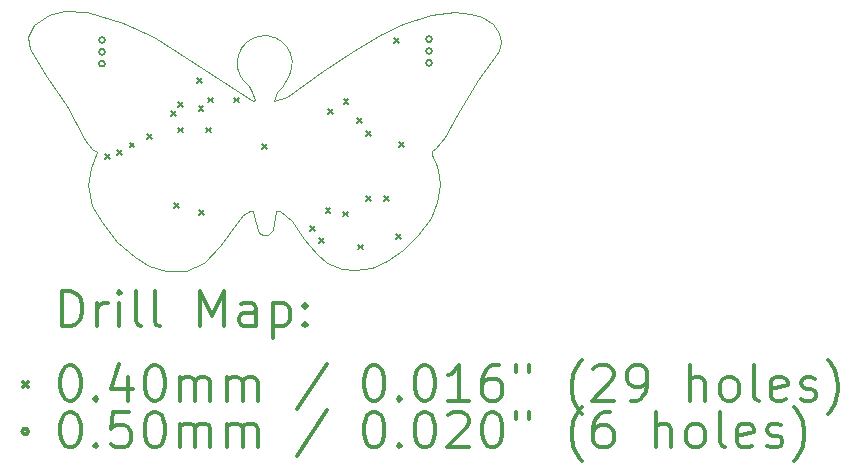
<source format=gbr>
%FSLAX45Y45*%
G04 Gerber Fmt 4.5, Leading zero omitted, Abs format (unit mm)*
G04 Created by KiCad (PCBNEW (5.1.5)-3) date 2020-05-15 20:59:00*
%MOMM*%
%LPD*%
G04 APERTURE LIST*
%TA.AperFunction,Profile*%
%ADD10C,0.050000*%
%TD*%
%ADD11C,0.200000*%
%ADD12C,0.300000*%
G04 APERTURE END LIST*
D10*
X19418300Y-4546600D02*
X19481800Y-4514850D01*
X19488150Y-3492500D02*
X19494500Y-3511550D01*
X19469100Y-3454400D02*
X19488150Y-3492500D01*
X19432866Y-3423509D02*
X19469100Y-3454400D01*
X19716750Y-3498850D02*
X19710400Y-3511550D01*
X19748500Y-3467100D02*
X19716750Y-3498850D01*
X19812000Y-3365500D02*
X19748500Y-3467100D01*
X19432866Y-3423509D02*
G75*
G02X19812000Y-3365500I169584J159609D01*
G01*
X19519900Y-3575050D02*
X19494500Y-3511550D01*
X19500850Y-3587750D02*
X19519900Y-3575050D01*
X19685000Y-3581400D02*
X19710400Y-3511550D01*
X19792950Y-3549650D02*
X19685000Y-3581400D01*
X20097750Y-3333750D02*
X19792950Y-3549650D01*
X20339050Y-3168650D02*
X20097750Y-3333750D01*
X20580350Y-3028950D02*
X20339050Y-3168650D01*
X20770850Y-2933700D02*
X20580350Y-3028950D01*
X21012150Y-2857500D02*
X20770850Y-2933700D01*
X21215350Y-2832100D02*
X21012150Y-2857500D01*
X21348700Y-2844800D02*
X21215350Y-2832100D01*
X21443950Y-2876550D02*
X21348700Y-2844800D01*
X21532850Y-2933700D02*
X21443950Y-2876550D01*
X21583650Y-3009900D02*
X21532850Y-2933700D01*
X21602700Y-3086100D02*
X21583650Y-3009900D01*
X21583650Y-3162300D02*
X21602700Y-3086100D01*
X21520150Y-3251200D02*
X21583650Y-3162300D01*
X21412200Y-3409950D02*
X21520150Y-3251200D01*
X21304250Y-3575050D02*
X21412200Y-3409950D01*
X21234400Y-3702050D02*
X21304250Y-3575050D01*
X21132800Y-3892550D02*
X21234400Y-3702050D01*
X21056600Y-3981450D02*
X21132800Y-3892550D01*
X21018500Y-4006850D02*
X21056600Y-3981450D01*
X21018500Y-4038600D02*
X21018500Y-4006850D01*
X21062950Y-4133850D02*
X21018500Y-4038600D01*
X21082000Y-4216400D02*
X21062950Y-4133850D01*
X21088350Y-4292600D02*
X21082000Y-4216400D01*
X21062950Y-4438650D02*
X21088350Y-4292600D01*
X21012150Y-4572000D02*
X21062950Y-4438650D01*
X20904200Y-4718050D02*
X21012150Y-4572000D01*
X20777200Y-4845050D02*
X20904200Y-4718050D01*
X20637500Y-4940300D02*
X20777200Y-4845050D01*
X20510500Y-4997450D02*
X20637500Y-4940300D01*
X20370800Y-5016500D02*
X20510500Y-4997450D01*
X20256500Y-5010150D02*
X20370800Y-5016500D01*
X20129500Y-4953000D02*
X20256500Y-5010150D01*
X20046950Y-4883150D02*
X20129500Y-4953000D01*
X19939000Y-4756150D02*
X20046950Y-4883150D01*
X19837400Y-4603750D02*
X19939000Y-4756150D01*
X19735800Y-4514850D02*
X19837400Y-4603750D01*
X19697700Y-4514850D02*
X19735800Y-4514850D01*
X19672300Y-4673600D02*
X19697700Y-4514850D01*
X19634200Y-4718050D02*
X19672300Y-4673600D01*
X19589750Y-4718050D02*
X19634200Y-4718050D01*
X19551650Y-4699000D02*
X19589750Y-4718050D01*
X19519900Y-4591050D02*
X19551650Y-4699000D01*
X19500850Y-4514850D02*
X19519900Y-4591050D01*
X19481800Y-4514850D02*
X19500850Y-4514850D01*
X19367500Y-4616450D02*
X19418300Y-4546600D01*
X19221450Y-4813300D02*
X19367500Y-4616450D01*
X19088100Y-4953000D02*
X19221450Y-4813300D01*
X18935700Y-5022850D02*
X19088100Y-4953000D01*
X18764250Y-5022850D02*
X18935700Y-5022850D01*
X18624550Y-4978400D02*
X18764250Y-5022850D01*
X18503900Y-4902200D02*
X18624550Y-4978400D01*
X18351500Y-4781550D02*
X18503900Y-4902200D01*
X18224500Y-4610100D02*
X18351500Y-4781550D01*
X18141950Y-4476750D02*
X18224500Y-4610100D01*
X18110200Y-4292600D02*
X18141950Y-4476750D01*
X18135600Y-4152900D02*
X18110200Y-4292600D01*
X18186400Y-4019550D02*
X18135600Y-4152900D01*
X18141950Y-3987800D02*
X18186400Y-4019550D01*
X18078450Y-3911600D02*
X18141950Y-3987800D01*
X17926050Y-3625850D02*
X18078450Y-3911600D01*
X17760950Y-3378200D02*
X17926050Y-3625850D01*
X17614900Y-3143250D02*
X17760950Y-3378200D01*
X17602200Y-3041650D02*
X17614900Y-3143250D01*
X17653000Y-2940050D02*
X17602200Y-3041650D01*
X17780000Y-2857500D02*
X17653000Y-2940050D01*
X17907000Y-2825750D02*
X17780000Y-2857500D01*
X18097500Y-2832100D02*
X17907000Y-2825750D01*
X18402300Y-2921000D02*
X18097500Y-2832100D01*
X18662650Y-3041650D02*
X18402300Y-2921000D01*
X19500850Y-3587750D02*
X18662650Y-3041650D01*
D11*
X18248950Y-4031300D02*
X18288950Y-4071300D01*
X18288950Y-4031300D02*
X18248950Y-4071300D01*
X18354449Y-3999550D02*
X18394449Y-4039550D01*
X18394449Y-3999550D02*
X18354449Y-4039550D01*
X18458500Y-3936050D02*
X18498500Y-3976050D01*
X18498500Y-3936050D02*
X18458500Y-3976050D01*
X18608305Y-3865526D02*
X18648305Y-3905526D01*
X18648305Y-3865526D02*
X18608305Y-3905526D01*
X18807284Y-3668884D02*
X18847284Y-3708884D01*
X18847284Y-3668884D02*
X18807284Y-3708884D01*
X18833150Y-4451150D02*
X18873150Y-4491150D01*
X18873150Y-4451150D02*
X18833150Y-4491150D01*
X18871715Y-3809515D02*
X18911715Y-3849515D01*
X18911715Y-3809515D02*
X18871715Y-3849515D01*
X18871797Y-3592475D02*
X18911797Y-3632475D01*
X18911797Y-3592475D02*
X18871797Y-3632475D01*
X19030000Y-3389950D02*
X19070000Y-3429950D01*
X19070000Y-3389950D02*
X19030000Y-3429950D01*
X19042700Y-3624900D02*
X19082700Y-3664900D01*
X19082700Y-3624900D02*
X19042700Y-3664900D01*
X19049432Y-4504910D02*
X19089432Y-4544910D01*
X19089432Y-4504910D02*
X19049432Y-4544910D01*
X19106200Y-3809050D02*
X19146200Y-3849050D01*
X19146200Y-3809050D02*
X19106200Y-3849050D01*
X19125250Y-3555050D02*
X19165250Y-3595050D01*
X19165250Y-3555050D02*
X19125250Y-3595050D01*
X19341616Y-3554584D02*
X19381616Y-3594584D01*
X19381616Y-3554584D02*
X19341616Y-3594584D01*
X19579426Y-3948750D02*
X19619426Y-3988750D01*
X19619426Y-3948750D02*
X19579426Y-3988750D01*
X19988850Y-4640900D02*
X20028850Y-4680900D01*
X20028850Y-4640900D02*
X19988850Y-4680900D01*
X20065050Y-4742500D02*
X20105050Y-4782500D01*
X20105050Y-4742500D02*
X20065050Y-4782500D01*
X20118813Y-4490955D02*
X20158813Y-4530955D01*
X20158813Y-4490955D02*
X20118813Y-4530955D01*
X20141250Y-3650300D02*
X20181250Y-3690300D01*
X20181250Y-3650300D02*
X20141250Y-3690300D01*
X20268250Y-4520250D02*
X20308250Y-4560250D01*
X20308250Y-4520250D02*
X20268250Y-4560250D01*
X20270959Y-3570459D02*
X20310959Y-3610459D01*
X20310959Y-3570459D02*
X20270959Y-3610459D01*
X20382550Y-3726500D02*
X20422550Y-3766500D01*
X20422550Y-3726500D02*
X20382550Y-3766500D01*
X20395250Y-4799650D02*
X20435250Y-4839650D01*
X20435250Y-4799650D02*
X20395250Y-4839650D01*
X20458750Y-3840800D02*
X20498750Y-3880800D01*
X20498750Y-3840800D02*
X20458750Y-3880800D01*
X20458750Y-4390205D02*
X20498750Y-4430205D01*
X20498750Y-4390205D02*
X20458750Y-4430205D01*
X20614850Y-4386900D02*
X20654850Y-4426900D01*
X20654850Y-4386900D02*
X20614850Y-4426900D01*
X20700050Y-3053400D02*
X20740050Y-3093400D01*
X20740050Y-3053400D02*
X20700050Y-3093400D01*
X20712750Y-4710750D02*
X20752750Y-4750750D01*
X20752750Y-4710750D02*
X20712750Y-4750750D01*
X20738150Y-3929700D02*
X20778150Y-3969700D01*
X20778150Y-3929700D02*
X20738150Y-3969700D01*
X18249500Y-3067050D02*
G75*
G03X18249500Y-3067050I-25000J0D01*
G01*
X18249500Y-3167050D02*
G75*
G03X18249500Y-3167050I-25000J0D01*
G01*
X18249500Y-3267050D02*
G75*
G03X18249500Y-3267050I-25000J0D01*
G01*
X21018100Y-3060700D02*
G75*
G03X21018100Y-3060700I-25000J0D01*
G01*
X21018100Y-3160700D02*
G75*
G03X21018100Y-3160700I-25000J0D01*
G01*
X21018100Y-3260700D02*
G75*
G03X21018100Y-3260700I-25000J0D01*
G01*
D12*
X17886128Y-5491064D02*
X17886128Y-5191064D01*
X17957557Y-5191064D01*
X18000414Y-5205350D01*
X18028986Y-5233922D01*
X18043271Y-5262493D01*
X18057557Y-5319636D01*
X18057557Y-5362493D01*
X18043271Y-5419636D01*
X18028986Y-5448207D01*
X18000414Y-5476779D01*
X17957557Y-5491064D01*
X17886128Y-5491064D01*
X18186128Y-5491064D02*
X18186128Y-5291064D01*
X18186128Y-5348207D02*
X18200414Y-5319636D01*
X18214700Y-5305350D01*
X18243271Y-5291064D01*
X18271843Y-5291064D01*
X18371843Y-5491064D02*
X18371843Y-5291064D01*
X18371843Y-5191064D02*
X18357557Y-5205350D01*
X18371843Y-5219636D01*
X18386128Y-5205350D01*
X18371843Y-5191064D01*
X18371843Y-5219636D01*
X18557557Y-5491064D02*
X18528986Y-5476779D01*
X18514700Y-5448207D01*
X18514700Y-5191064D01*
X18714700Y-5491064D02*
X18686128Y-5476779D01*
X18671843Y-5448207D01*
X18671843Y-5191064D01*
X19057557Y-5491064D02*
X19057557Y-5191064D01*
X19157557Y-5405350D01*
X19257557Y-5191064D01*
X19257557Y-5491064D01*
X19528986Y-5491064D02*
X19528986Y-5333922D01*
X19514700Y-5305350D01*
X19486128Y-5291064D01*
X19428986Y-5291064D01*
X19400414Y-5305350D01*
X19528986Y-5476779D02*
X19500414Y-5491064D01*
X19428986Y-5491064D01*
X19400414Y-5476779D01*
X19386128Y-5448207D01*
X19386128Y-5419636D01*
X19400414Y-5391064D01*
X19428986Y-5376779D01*
X19500414Y-5376779D01*
X19528986Y-5362493D01*
X19671843Y-5291064D02*
X19671843Y-5591064D01*
X19671843Y-5305350D02*
X19700414Y-5291064D01*
X19757557Y-5291064D01*
X19786128Y-5305350D01*
X19800414Y-5319636D01*
X19814700Y-5348207D01*
X19814700Y-5433922D01*
X19800414Y-5462493D01*
X19786128Y-5476779D01*
X19757557Y-5491064D01*
X19700414Y-5491064D01*
X19671843Y-5476779D01*
X19943271Y-5462493D02*
X19957557Y-5476779D01*
X19943271Y-5491064D01*
X19928986Y-5476779D01*
X19943271Y-5462493D01*
X19943271Y-5491064D01*
X19943271Y-5305350D02*
X19957557Y-5319636D01*
X19943271Y-5333922D01*
X19928986Y-5319636D01*
X19943271Y-5305350D01*
X19943271Y-5333922D01*
X17559700Y-5965350D02*
X17599700Y-6005350D01*
X17599700Y-5965350D02*
X17559700Y-6005350D01*
X17943271Y-5821064D02*
X17971843Y-5821064D01*
X18000414Y-5835350D01*
X18014700Y-5849636D01*
X18028986Y-5878207D01*
X18043271Y-5935350D01*
X18043271Y-6006779D01*
X18028986Y-6063921D01*
X18014700Y-6092493D01*
X18000414Y-6106779D01*
X17971843Y-6121064D01*
X17943271Y-6121064D01*
X17914700Y-6106779D01*
X17900414Y-6092493D01*
X17886128Y-6063921D01*
X17871843Y-6006779D01*
X17871843Y-5935350D01*
X17886128Y-5878207D01*
X17900414Y-5849636D01*
X17914700Y-5835350D01*
X17943271Y-5821064D01*
X18171843Y-6092493D02*
X18186128Y-6106779D01*
X18171843Y-6121064D01*
X18157557Y-6106779D01*
X18171843Y-6092493D01*
X18171843Y-6121064D01*
X18443271Y-5921064D02*
X18443271Y-6121064D01*
X18371843Y-5806779D02*
X18300414Y-6021064D01*
X18486128Y-6021064D01*
X18657557Y-5821064D02*
X18686128Y-5821064D01*
X18714700Y-5835350D01*
X18728986Y-5849636D01*
X18743271Y-5878207D01*
X18757557Y-5935350D01*
X18757557Y-6006779D01*
X18743271Y-6063921D01*
X18728986Y-6092493D01*
X18714700Y-6106779D01*
X18686128Y-6121064D01*
X18657557Y-6121064D01*
X18628986Y-6106779D01*
X18614700Y-6092493D01*
X18600414Y-6063921D01*
X18586128Y-6006779D01*
X18586128Y-5935350D01*
X18600414Y-5878207D01*
X18614700Y-5849636D01*
X18628986Y-5835350D01*
X18657557Y-5821064D01*
X18886128Y-6121064D02*
X18886128Y-5921064D01*
X18886128Y-5949636D02*
X18900414Y-5935350D01*
X18928986Y-5921064D01*
X18971843Y-5921064D01*
X19000414Y-5935350D01*
X19014700Y-5963921D01*
X19014700Y-6121064D01*
X19014700Y-5963921D02*
X19028986Y-5935350D01*
X19057557Y-5921064D01*
X19100414Y-5921064D01*
X19128986Y-5935350D01*
X19143271Y-5963921D01*
X19143271Y-6121064D01*
X19286128Y-6121064D02*
X19286128Y-5921064D01*
X19286128Y-5949636D02*
X19300414Y-5935350D01*
X19328986Y-5921064D01*
X19371843Y-5921064D01*
X19400414Y-5935350D01*
X19414700Y-5963921D01*
X19414700Y-6121064D01*
X19414700Y-5963921D02*
X19428986Y-5935350D01*
X19457557Y-5921064D01*
X19500414Y-5921064D01*
X19528986Y-5935350D01*
X19543271Y-5963921D01*
X19543271Y-6121064D01*
X20128986Y-5806779D02*
X19871843Y-6192493D01*
X20514700Y-5821064D02*
X20543271Y-5821064D01*
X20571843Y-5835350D01*
X20586128Y-5849636D01*
X20600414Y-5878207D01*
X20614700Y-5935350D01*
X20614700Y-6006779D01*
X20600414Y-6063921D01*
X20586128Y-6092493D01*
X20571843Y-6106779D01*
X20543271Y-6121064D01*
X20514700Y-6121064D01*
X20486128Y-6106779D01*
X20471843Y-6092493D01*
X20457557Y-6063921D01*
X20443271Y-6006779D01*
X20443271Y-5935350D01*
X20457557Y-5878207D01*
X20471843Y-5849636D01*
X20486128Y-5835350D01*
X20514700Y-5821064D01*
X20743271Y-6092493D02*
X20757557Y-6106779D01*
X20743271Y-6121064D01*
X20728986Y-6106779D01*
X20743271Y-6092493D01*
X20743271Y-6121064D01*
X20943271Y-5821064D02*
X20971843Y-5821064D01*
X21000414Y-5835350D01*
X21014700Y-5849636D01*
X21028986Y-5878207D01*
X21043271Y-5935350D01*
X21043271Y-6006779D01*
X21028986Y-6063921D01*
X21014700Y-6092493D01*
X21000414Y-6106779D01*
X20971843Y-6121064D01*
X20943271Y-6121064D01*
X20914700Y-6106779D01*
X20900414Y-6092493D01*
X20886128Y-6063921D01*
X20871843Y-6006779D01*
X20871843Y-5935350D01*
X20886128Y-5878207D01*
X20900414Y-5849636D01*
X20914700Y-5835350D01*
X20943271Y-5821064D01*
X21328986Y-6121064D02*
X21157557Y-6121064D01*
X21243271Y-6121064D02*
X21243271Y-5821064D01*
X21214700Y-5863921D01*
X21186128Y-5892493D01*
X21157557Y-5906779D01*
X21586128Y-5821064D02*
X21528986Y-5821064D01*
X21500414Y-5835350D01*
X21486128Y-5849636D01*
X21457557Y-5892493D01*
X21443271Y-5949636D01*
X21443271Y-6063921D01*
X21457557Y-6092493D01*
X21471843Y-6106779D01*
X21500414Y-6121064D01*
X21557557Y-6121064D01*
X21586128Y-6106779D01*
X21600414Y-6092493D01*
X21614700Y-6063921D01*
X21614700Y-5992493D01*
X21600414Y-5963921D01*
X21586128Y-5949636D01*
X21557557Y-5935350D01*
X21500414Y-5935350D01*
X21471843Y-5949636D01*
X21457557Y-5963921D01*
X21443271Y-5992493D01*
X21728986Y-5821064D02*
X21728986Y-5878207D01*
X21843271Y-5821064D02*
X21843271Y-5878207D01*
X22286128Y-6235350D02*
X22271843Y-6221064D01*
X22243271Y-6178207D01*
X22228986Y-6149636D01*
X22214700Y-6106779D01*
X22200414Y-6035350D01*
X22200414Y-5978207D01*
X22214700Y-5906779D01*
X22228986Y-5863921D01*
X22243271Y-5835350D01*
X22271843Y-5792493D01*
X22286128Y-5778207D01*
X22386128Y-5849636D02*
X22400414Y-5835350D01*
X22428986Y-5821064D01*
X22500414Y-5821064D01*
X22528986Y-5835350D01*
X22543271Y-5849636D01*
X22557557Y-5878207D01*
X22557557Y-5906779D01*
X22543271Y-5949636D01*
X22371843Y-6121064D01*
X22557557Y-6121064D01*
X22700414Y-6121064D02*
X22757557Y-6121064D01*
X22786128Y-6106779D01*
X22800414Y-6092493D01*
X22828986Y-6049636D01*
X22843271Y-5992493D01*
X22843271Y-5878207D01*
X22828986Y-5849636D01*
X22814700Y-5835350D01*
X22786128Y-5821064D01*
X22728986Y-5821064D01*
X22700414Y-5835350D01*
X22686128Y-5849636D01*
X22671843Y-5878207D01*
X22671843Y-5949636D01*
X22686128Y-5978207D01*
X22700414Y-5992493D01*
X22728986Y-6006779D01*
X22786128Y-6006779D01*
X22814700Y-5992493D01*
X22828986Y-5978207D01*
X22843271Y-5949636D01*
X23200414Y-6121064D02*
X23200414Y-5821064D01*
X23328986Y-6121064D02*
X23328986Y-5963921D01*
X23314700Y-5935350D01*
X23286128Y-5921064D01*
X23243271Y-5921064D01*
X23214700Y-5935350D01*
X23200414Y-5949636D01*
X23514700Y-6121064D02*
X23486128Y-6106779D01*
X23471843Y-6092493D01*
X23457557Y-6063921D01*
X23457557Y-5978207D01*
X23471843Y-5949636D01*
X23486128Y-5935350D01*
X23514700Y-5921064D01*
X23557557Y-5921064D01*
X23586128Y-5935350D01*
X23600414Y-5949636D01*
X23614700Y-5978207D01*
X23614700Y-6063921D01*
X23600414Y-6092493D01*
X23586128Y-6106779D01*
X23557557Y-6121064D01*
X23514700Y-6121064D01*
X23786128Y-6121064D02*
X23757557Y-6106779D01*
X23743271Y-6078207D01*
X23743271Y-5821064D01*
X24014700Y-6106779D02*
X23986128Y-6121064D01*
X23928986Y-6121064D01*
X23900414Y-6106779D01*
X23886128Y-6078207D01*
X23886128Y-5963921D01*
X23900414Y-5935350D01*
X23928986Y-5921064D01*
X23986128Y-5921064D01*
X24014700Y-5935350D01*
X24028986Y-5963921D01*
X24028986Y-5992493D01*
X23886128Y-6021064D01*
X24143271Y-6106779D02*
X24171843Y-6121064D01*
X24228986Y-6121064D01*
X24257557Y-6106779D01*
X24271843Y-6078207D01*
X24271843Y-6063921D01*
X24257557Y-6035350D01*
X24228986Y-6021064D01*
X24186128Y-6021064D01*
X24157557Y-6006779D01*
X24143271Y-5978207D01*
X24143271Y-5963921D01*
X24157557Y-5935350D01*
X24186128Y-5921064D01*
X24228986Y-5921064D01*
X24257557Y-5935350D01*
X24371843Y-6235350D02*
X24386128Y-6221064D01*
X24414700Y-6178207D01*
X24428986Y-6149636D01*
X24443271Y-6106779D01*
X24457557Y-6035350D01*
X24457557Y-5978207D01*
X24443271Y-5906779D01*
X24428986Y-5863921D01*
X24414700Y-5835350D01*
X24386128Y-5792493D01*
X24371843Y-5778207D01*
X17599700Y-6381350D02*
G75*
G03X17599700Y-6381350I-25000J0D01*
G01*
X17943271Y-6217064D02*
X17971843Y-6217064D01*
X18000414Y-6231350D01*
X18014700Y-6245636D01*
X18028986Y-6274207D01*
X18043271Y-6331350D01*
X18043271Y-6402779D01*
X18028986Y-6459921D01*
X18014700Y-6488493D01*
X18000414Y-6502779D01*
X17971843Y-6517064D01*
X17943271Y-6517064D01*
X17914700Y-6502779D01*
X17900414Y-6488493D01*
X17886128Y-6459921D01*
X17871843Y-6402779D01*
X17871843Y-6331350D01*
X17886128Y-6274207D01*
X17900414Y-6245636D01*
X17914700Y-6231350D01*
X17943271Y-6217064D01*
X18171843Y-6488493D02*
X18186128Y-6502779D01*
X18171843Y-6517064D01*
X18157557Y-6502779D01*
X18171843Y-6488493D01*
X18171843Y-6517064D01*
X18457557Y-6217064D02*
X18314700Y-6217064D01*
X18300414Y-6359921D01*
X18314700Y-6345636D01*
X18343271Y-6331350D01*
X18414700Y-6331350D01*
X18443271Y-6345636D01*
X18457557Y-6359921D01*
X18471843Y-6388493D01*
X18471843Y-6459921D01*
X18457557Y-6488493D01*
X18443271Y-6502779D01*
X18414700Y-6517064D01*
X18343271Y-6517064D01*
X18314700Y-6502779D01*
X18300414Y-6488493D01*
X18657557Y-6217064D02*
X18686128Y-6217064D01*
X18714700Y-6231350D01*
X18728986Y-6245636D01*
X18743271Y-6274207D01*
X18757557Y-6331350D01*
X18757557Y-6402779D01*
X18743271Y-6459921D01*
X18728986Y-6488493D01*
X18714700Y-6502779D01*
X18686128Y-6517064D01*
X18657557Y-6517064D01*
X18628986Y-6502779D01*
X18614700Y-6488493D01*
X18600414Y-6459921D01*
X18586128Y-6402779D01*
X18586128Y-6331350D01*
X18600414Y-6274207D01*
X18614700Y-6245636D01*
X18628986Y-6231350D01*
X18657557Y-6217064D01*
X18886128Y-6517064D02*
X18886128Y-6317064D01*
X18886128Y-6345636D02*
X18900414Y-6331350D01*
X18928986Y-6317064D01*
X18971843Y-6317064D01*
X19000414Y-6331350D01*
X19014700Y-6359921D01*
X19014700Y-6517064D01*
X19014700Y-6359921D02*
X19028986Y-6331350D01*
X19057557Y-6317064D01*
X19100414Y-6317064D01*
X19128986Y-6331350D01*
X19143271Y-6359921D01*
X19143271Y-6517064D01*
X19286128Y-6517064D02*
X19286128Y-6317064D01*
X19286128Y-6345636D02*
X19300414Y-6331350D01*
X19328986Y-6317064D01*
X19371843Y-6317064D01*
X19400414Y-6331350D01*
X19414700Y-6359921D01*
X19414700Y-6517064D01*
X19414700Y-6359921D02*
X19428986Y-6331350D01*
X19457557Y-6317064D01*
X19500414Y-6317064D01*
X19528986Y-6331350D01*
X19543271Y-6359921D01*
X19543271Y-6517064D01*
X20128986Y-6202779D02*
X19871843Y-6588493D01*
X20514700Y-6217064D02*
X20543271Y-6217064D01*
X20571843Y-6231350D01*
X20586128Y-6245636D01*
X20600414Y-6274207D01*
X20614700Y-6331350D01*
X20614700Y-6402779D01*
X20600414Y-6459921D01*
X20586128Y-6488493D01*
X20571843Y-6502779D01*
X20543271Y-6517064D01*
X20514700Y-6517064D01*
X20486128Y-6502779D01*
X20471843Y-6488493D01*
X20457557Y-6459921D01*
X20443271Y-6402779D01*
X20443271Y-6331350D01*
X20457557Y-6274207D01*
X20471843Y-6245636D01*
X20486128Y-6231350D01*
X20514700Y-6217064D01*
X20743271Y-6488493D02*
X20757557Y-6502779D01*
X20743271Y-6517064D01*
X20728986Y-6502779D01*
X20743271Y-6488493D01*
X20743271Y-6517064D01*
X20943271Y-6217064D02*
X20971843Y-6217064D01*
X21000414Y-6231350D01*
X21014700Y-6245636D01*
X21028986Y-6274207D01*
X21043271Y-6331350D01*
X21043271Y-6402779D01*
X21028986Y-6459921D01*
X21014700Y-6488493D01*
X21000414Y-6502779D01*
X20971843Y-6517064D01*
X20943271Y-6517064D01*
X20914700Y-6502779D01*
X20900414Y-6488493D01*
X20886128Y-6459921D01*
X20871843Y-6402779D01*
X20871843Y-6331350D01*
X20886128Y-6274207D01*
X20900414Y-6245636D01*
X20914700Y-6231350D01*
X20943271Y-6217064D01*
X21157557Y-6245636D02*
X21171843Y-6231350D01*
X21200414Y-6217064D01*
X21271843Y-6217064D01*
X21300414Y-6231350D01*
X21314700Y-6245636D01*
X21328986Y-6274207D01*
X21328986Y-6302779D01*
X21314700Y-6345636D01*
X21143271Y-6517064D01*
X21328986Y-6517064D01*
X21514700Y-6217064D02*
X21543271Y-6217064D01*
X21571843Y-6231350D01*
X21586128Y-6245636D01*
X21600414Y-6274207D01*
X21614700Y-6331350D01*
X21614700Y-6402779D01*
X21600414Y-6459921D01*
X21586128Y-6488493D01*
X21571843Y-6502779D01*
X21543271Y-6517064D01*
X21514700Y-6517064D01*
X21486128Y-6502779D01*
X21471843Y-6488493D01*
X21457557Y-6459921D01*
X21443271Y-6402779D01*
X21443271Y-6331350D01*
X21457557Y-6274207D01*
X21471843Y-6245636D01*
X21486128Y-6231350D01*
X21514700Y-6217064D01*
X21728986Y-6217064D02*
X21728986Y-6274207D01*
X21843271Y-6217064D02*
X21843271Y-6274207D01*
X22286128Y-6631350D02*
X22271843Y-6617064D01*
X22243271Y-6574207D01*
X22228986Y-6545636D01*
X22214700Y-6502779D01*
X22200414Y-6431350D01*
X22200414Y-6374207D01*
X22214700Y-6302779D01*
X22228986Y-6259921D01*
X22243271Y-6231350D01*
X22271843Y-6188493D01*
X22286128Y-6174207D01*
X22528986Y-6217064D02*
X22471843Y-6217064D01*
X22443271Y-6231350D01*
X22428986Y-6245636D01*
X22400414Y-6288493D01*
X22386128Y-6345636D01*
X22386128Y-6459921D01*
X22400414Y-6488493D01*
X22414700Y-6502779D01*
X22443271Y-6517064D01*
X22500414Y-6517064D01*
X22528986Y-6502779D01*
X22543271Y-6488493D01*
X22557557Y-6459921D01*
X22557557Y-6388493D01*
X22543271Y-6359921D01*
X22528986Y-6345636D01*
X22500414Y-6331350D01*
X22443271Y-6331350D01*
X22414700Y-6345636D01*
X22400414Y-6359921D01*
X22386128Y-6388493D01*
X22914700Y-6517064D02*
X22914700Y-6217064D01*
X23043271Y-6517064D02*
X23043271Y-6359921D01*
X23028986Y-6331350D01*
X23000414Y-6317064D01*
X22957557Y-6317064D01*
X22928986Y-6331350D01*
X22914700Y-6345636D01*
X23228986Y-6517064D02*
X23200414Y-6502779D01*
X23186128Y-6488493D01*
X23171843Y-6459921D01*
X23171843Y-6374207D01*
X23186128Y-6345636D01*
X23200414Y-6331350D01*
X23228986Y-6317064D01*
X23271843Y-6317064D01*
X23300414Y-6331350D01*
X23314700Y-6345636D01*
X23328986Y-6374207D01*
X23328986Y-6459921D01*
X23314700Y-6488493D01*
X23300414Y-6502779D01*
X23271843Y-6517064D01*
X23228986Y-6517064D01*
X23500414Y-6517064D02*
X23471843Y-6502779D01*
X23457557Y-6474207D01*
X23457557Y-6217064D01*
X23728986Y-6502779D02*
X23700414Y-6517064D01*
X23643271Y-6517064D01*
X23614700Y-6502779D01*
X23600414Y-6474207D01*
X23600414Y-6359921D01*
X23614700Y-6331350D01*
X23643271Y-6317064D01*
X23700414Y-6317064D01*
X23728986Y-6331350D01*
X23743271Y-6359921D01*
X23743271Y-6388493D01*
X23600414Y-6417064D01*
X23857557Y-6502779D02*
X23886128Y-6517064D01*
X23943271Y-6517064D01*
X23971843Y-6502779D01*
X23986128Y-6474207D01*
X23986128Y-6459921D01*
X23971843Y-6431350D01*
X23943271Y-6417064D01*
X23900414Y-6417064D01*
X23871843Y-6402779D01*
X23857557Y-6374207D01*
X23857557Y-6359921D01*
X23871843Y-6331350D01*
X23900414Y-6317064D01*
X23943271Y-6317064D01*
X23971843Y-6331350D01*
X24086128Y-6631350D02*
X24100414Y-6617064D01*
X24128986Y-6574207D01*
X24143271Y-6545636D01*
X24157557Y-6502779D01*
X24171843Y-6431350D01*
X24171843Y-6374207D01*
X24157557Y-6302779D01*
X24143271Y-6259921D01*
X24128986Y-6231350D01*
X24100414Y-6188493D01*
X24086128Y-6174207D01*
M02*

</source>
